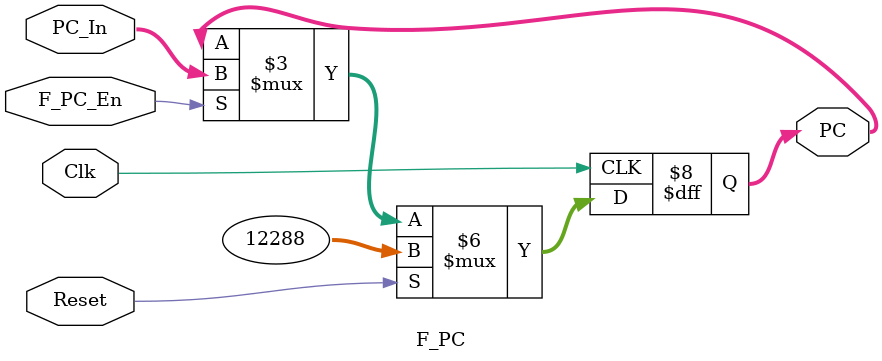
<source format=v>
`timescale 1ns / 1ps

module F_PC (
	input Clk,
	input Reset,
	input F_PC_En,
    input [31:0] PC_In,
    output reg [31:0] PC
    );

    initial begin
        PC = 32'h0000_3000;
    end

    always @(posedge Clk) begin
        if(Reset) begin
            PC <= 32'h0000_3000;
        end
        else if (F_PC_En) begin
            PC <= PC_In;
        end
    end

endmodule
</source>
